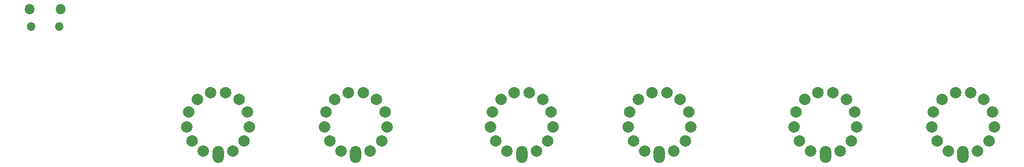
<source format=gbs>
G04 #@! TF.GenerationSoftware,KiCad,Pcbnew,8.0.5+1*
G04 #@! TF.CreationDate,2024-11-03T00:00:47+00:00*
G04 #@! TF.ProjectId,nixie_clock,6e697869-655f-4636-9c6f-636b2e6b6963,rev?*
G04 #@! TF.SameCoordinates,Original*
G04 #@! TF.FileFunction,Soldermask,Bot*
G04 #@! TF.FilePolarity,Negative*
%FSLAX46Y46*%
G04 Gerber Fmt 4.6, Leading zero omitted, Abs format (unit mm)*
G04 Created by KiCad (PCBNEW 8.0.5+1) date 2024-11-03 00:00:47*
%MOMM*%
%LPD*%
G01*
G04 APERTURE LIST*
%ADD10O,1.800000X1.800000*%
%ADD11O,1.500000X1.500000*%
%ADD12O,2.000000X3.000000*%
%ADD13C,2.000000*%
G04 APERTURE END LIST*
D10*
G04 #@! TO.C,U14*
X45085000Y-80000000D03*
D11*
X45385000Y-83030000D03*
X50235000Y-83030000D03*
D10*
X50535000Y-80000000D03*
G04 #@! TD*
D12*
G04 #@! TO.C,V4*
X184000000Y-105500000D03*
D13*
X181444023Y-104870008D03*
X179473589Y-103124356D03*
X178540101Y-100662952D03*
X178857411Y-98049673D03*
X180352825Y-95883191D03*
X182683764Y-94659820D03*
X185316236Y-94659820D03*
X187647175Y-95883191D03*
X189142589Y-98049673D03*
X189459899Y-100662952D03*
X188526411Y-103124356D03*
X186555977Y-104870008D03*
G04 #@! TD*
D12*
G04 #@! TO.C,V5*
X208000000Y-105500000D03*
D13*
X205444023Y-104870008D03*
X203473589Y-103124356D03*
X202540101Y-100662952D03*
X202857411Y-98049673D03*
X204352825Y-95883191D03*
X206683764Y-94659820D03*
X209316236Y-94659820D03*
X211647175Y-95883191D03*
X213142589Y-98049673D03*
X213459899Y-100662952D03*
X212526411Y-103124356D03*
X210555977Y-104870008D03*
G04 #@! TD*
D12*
G04 #@! TO.C,V2*
X102000000Y-105500000D03*
D13*
X99444023Y-104870008D03*
X97473589Y-103124356D03*
X96540101Y-100662952D03*
X96857411Y-98049673D03*
X98352825Y-95883191D03*
X100683764Y-94659820D03*
X103316236Y-94659820D03*
X105647175Y-95883191D03*
X107142589Y-98049673D03*
X107459899Y-100662952D03*
X106526411Y-103124356D03*
X104555977Y-104870008D03*
G04 #@! TD*
D12*
G04 #@! TO.C,V6*
X78000000Y-105500000D03*
D13*
X75444023Y-104870008D03*
X73473589Y-103124356D03*
X72540101Y-100662952D03*
X72857411Y-98049673D03*
X74352825Y-95883191D03*
X76683764Y-94659820D03*
X79316236Y-94659820D03*
X81647175Y-95883191D03*
X83142589Y-98049673D03*
X83459899Y-100662952D03*
X82526411Y-103124356D03*
X80555977Y-104870008D03*
G04 #@! TD*
D12*
G04 #@! TO.C,V1*
X155000000Y-105500000D03*
D13*
X152444023Y-104870008D03*
X150473589Y-103124356D03*
X149540101Y-100662952D03*
X149857411Y-98049673D03*
X151352825Y-95883191D03*
X153683764Y-94659820D03*
X156316236Y-94659820D03*
X158647175Y-95883191D03*
X160142589Y-98049673D03*
X160459899Y-100662952D03*
X159526411Y-103124356D03*
X157555977Y-104870008D03*
G04 #@! TD*
D12*
G04 #@! TO.C,V3*
X131000000Y-105500000D03*
D13*
X128444023Y-104870008D03*
X126473589Y-103124356D03*
X125540101Y-100662952D03*
X125857411Y-98049673D03*
X127352825Y-95883191D03*
X129683764Y-94659820D03*
X132316236Y-94659820D03*
X134647175Y-95883191D03*
X136142589Y-98049673D03*
X136459899Y-100662952D03*
X135526411Y-103124356D03*
X133555977Y-104870008D03*
G04 #@! TD*
M02*

</source>
